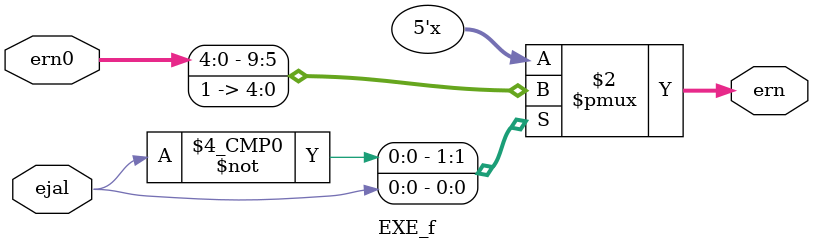
<source format=v>
`timescale 1ns / 1ps


module EXE_f(
    input [4:0]  ern0,
    input ejal,
    output reg [4:0] ern
    );
    
        always @ (*)
            begin
                case(ejal)
                    1'b0: ern = ern0;
                    1'b1: ern = 5'b11111;
                endcase
            end
    
    
endmodule

</source>
